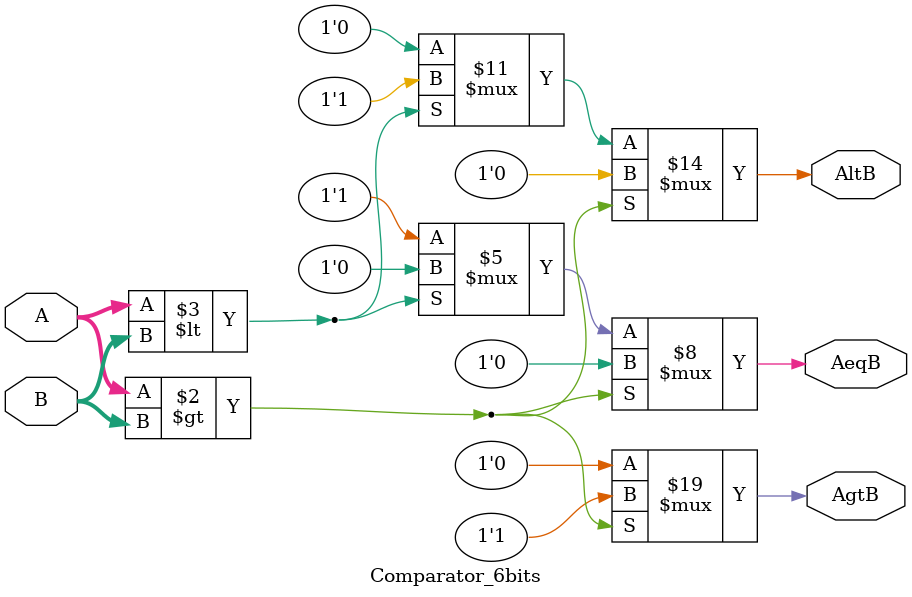
<source format=v>
`timescale 1ns / 1ps


module Comparator_6bits(A, B, AltB, AeqB, AgtB);
    input [5:0] A, B;
    output AltB, AeqB, AgtB;
    reg AltB, AeqB, AgtB;
        
    //write your code here
    
    always @(A, B) begin
    
    
    if (A>B) begin 
    AgtB <= 1;
    AltB <= 0;
    AeqB <= 0;
    
    end else if (A < B) begin
    AgtB <= 0;
    AltB <= 1;
    AeqB <= 0;
    
    end else begin // A == B
    AgtB <= 0;
    AltB <= 0;
    AeqB <= 1;
    
    
    end
    
    
    end
    
endmodule

</source>
